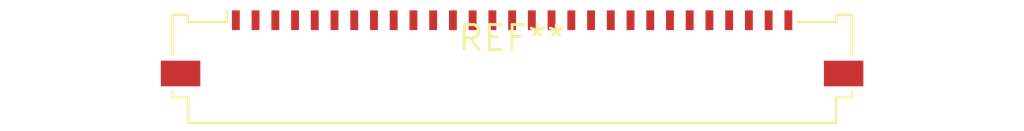
<source format=kicad_pcb>
(kicad_pcb (version 20240108) (generator pcbnew)
  (layers (0 "F.Cu" signal) (31 "B.Cu" signal) (34 "B.Paste" user) (35 "F.Paste" user) (36 "B.SilkS" user "B.Silkscreen") (37 "F.SilkS" user "F.Silkscreen") (38 "B.Mask" user) (39 "F.Mask" user) (44 "Edge.Cuts" user))
  (net 0 "")
  (footprint "Molex_200528-0290_1x29-1MP_P1.00mm_Horizontal" (layer "F.Cu") (at 0 0)
    (property "Reference" "REF**")
    (property "Value" "Molex_200528-0290_1x29-1MP_P1.00mm_Horizontal")
    (fp_line (start -17.21 -1.17) (end -17.21 0.88) (layer "F.SilkS") (stroke (width 0.12)))
    (fp_line (start -17.21 2.7) (end -17.21 3) (layer "F.SilkS") (stroke (width 0.12)))
    (fp_line (start -17.21 3) (end -16.41 3) (layer "F.SilkS") (stroke (width 0.12)))
    (fp_line (start -16.44 -1.17) (end -17.21 -1.17) (layer "F.SilkS") (stroke (width 0.12)))
    (fp_line (start -16.44 -0.82) (end -16.44 -1.17) (layer "F.SilkS") (stroke (width 0.12)))
    (fp_line (start -16.41 3) (end -16.41 4.3) (layer "F.SilkS") (stroke (width 0.12)))
    (fp_line (start -16.41 4.3) (end 16.41 4.3) (layer "F.SilkS") (stroke (width 0.12)))
    (fp_line (start -14.46 -1.41) (end -14.46 -0.82) (layer "F.SilkS") (stroke (width 0.12)))
    (fp_line (start -14.46 -0.82) (end -16.44 -0.82) (layer "F.SilkS") (stroke (width 0.12)))
    (fp_line (start 16.41 3) (end 17.21 3) (layer "F.SilkS") (stroke (width 0.12)))
    (fp_line (start 16.41 4.3) (end 16.41 3) (layer "F.SilkS") (stroke (width 0.12)))
    (fp_line (start 16.44 -1.17) (end 16.44 -0.82) (layer "F.SilkS") (stroke (width 0.12)))
    (fp_line (start 16.44 -0.82) (end 14.46 -0.82) (layer "F.SilkS") (stroke (width 0.12)))
    (fp_line (start 17.21 -1.17) (end 16.44 -1.17) (layer "F.SilkS") (stroke (width 0.12)))
    (fp_line (start 17.21 0.88) (end 17.21 -1.17) (layer "F.SilkS") (stroke (width 0.12)))
    (fp_line (start 17.21 3) (end 17.21 2.7) (layer "F.SilkS") (stroke (width 0.12)))
    (pad "1" smd rect (at -14 -0.91) (size 0.4 1) (layers "F.Cu" "F.Paste" "F.Mask"))
    (pad "2" smd rect (at -13 -0.91) (size 0.4 1) (layers "F.Cu" "F.Paste" "F.Mask"))
    (pad "3" smd rect (at -12 -0.91) (size 0.4 1) (layers "F.Cu" "F.Paste" "F.Mask"))
    (pad "4" smd rect (at -11 -0.91) (size 0.4 1) (layers "F.Cu" "F.Paste" "F.Mask"))
    (pad "5" smd rect (at -10 -0.91) (size 0.4 1) (layers "F.Cu" "F.Paste" "F.Mask"))
    (pad "6" smd rect (at -9 -0.91) (size 0.4 1) (layers "F.Cu" "F.Paste" "F.Mask"))
    (pad "7" smd rect (at -8 -0.91) (size 0.4 1) (layers "F.Cu" "F.Paste" "F.Mask"))
    (pad "8" smd rect (at -7 -0.91) (size 0.4 1) (layers "F.Cu" "F.Paste" "F.Mask"))
    (pad "9" smd rect (at -6 -0.91) (size 0.4 1) (layers "F.Cu" "F.Paste" "F.Mask"))
    (pad "10" smd rect (at -5 -0.91) (size 0.4 1) (layers "F.Cu" "F.Paste" "F.Mask"))
    (pad "11" smd rect (at -4 -0.91) (size 0.4 1) (layers "F.Cu" "F.Paste" "F.Mask"))
    (pad "12" smd rect (at -3 -0.91) (size 0.4 1) (layers "F.Cu" "F.Paste" "F.Mask"))
    (pad "13" smd rect (at -2 -0.91) (size 0.4 1) (layers "F.Cu" "F.Paste" "F.Mask"))
    (pad "14" smd rect (at -1 -0.91) (size 0.4 1) (layers "F.Cu" "F.Paste" "F.Mask"))
    (pad "15" smd rect (at 0 -0.91) (size 0.4 1) (layers "F.Cu" "F.Paste" "F.Mask"))
    (pad "16" smd rect (at 1 -0.91) (size 0.4 1) (layers "F.Cu" "F.Paste" "F.Mask"))
    (pad "17" smd rect (at 2 -0.91) (size 0.4 1) (layers "F.Cu" "F.Paste" "F.Mask"))
    (pad "18" smd rect (at 3 -0.91) (size 0.4 1) (layers "F.Cu" "F.Paste" "F.Mask"))
    (pad "19" smd rect (at 4 -0.91) (size 0.4 1) (layers "F.Cu" "F.Paste" "F.Mask"))
    (pad "20" smd rect (at 5 -0.91) (size 0.4 1) (layers "F.Cu" "F.Paste" "F.Mask"))
    (pad "21" smd rect (at 6 -0.91) (size 0.4 1) (layers "F.Cu" "F.Paste" "F.Mask"))
    (pad "22" smd rect (at 7 -0.91) (size 0.4 1) (layers "F.Cu" "F.Paste" "F.Mask"))
    (pad "23" smd rect (at 8 -0.91) (size 0.4 1) (layers "F.Cu" "F.Paste" "F.Mask"))
    (pad "24" smd rect (at 9 -0.91) (size 0.4 1) (layers "F.Cu" "F.Paste" "F.Mask"))
    (pad "25" smd rect (at 10 -0.91) (size 0.4 1) (layers "F.Cu" "F.Paste" "F.Mask"))
    (pad "26" smd rect (at 11 -0.91) (size 0.4 1) (layers "F.Cu" "F.Paste" "F.Mask"))
    (pad "27" smd rect (at 12 -0.91) (size 0.4 1) (layers "F.Cu" "F.Paste" "F.Mask"))
    (pad "28" smd rect (at 13 -0.91) (size 0.4 1) (layers "F.Cu" "F.Paste" "F.Mask"))
    (pad "29" smd rect (at 14 -0.91) (size 0.4 1) (layers "F.Cu" "F.Paste" "F.Mask"))
    (pad "MP" smd rect (at -16.8 1.79) (size 2 1.3) (layers "F.Cu" "F.Paste" "F.Mask"))
    (pad "MP" smd rect (at 16.8 1.79) (size 2 1.3) (layers "F.Cu" "F.Paste" "F.Mask"))
  )
)
</source>
